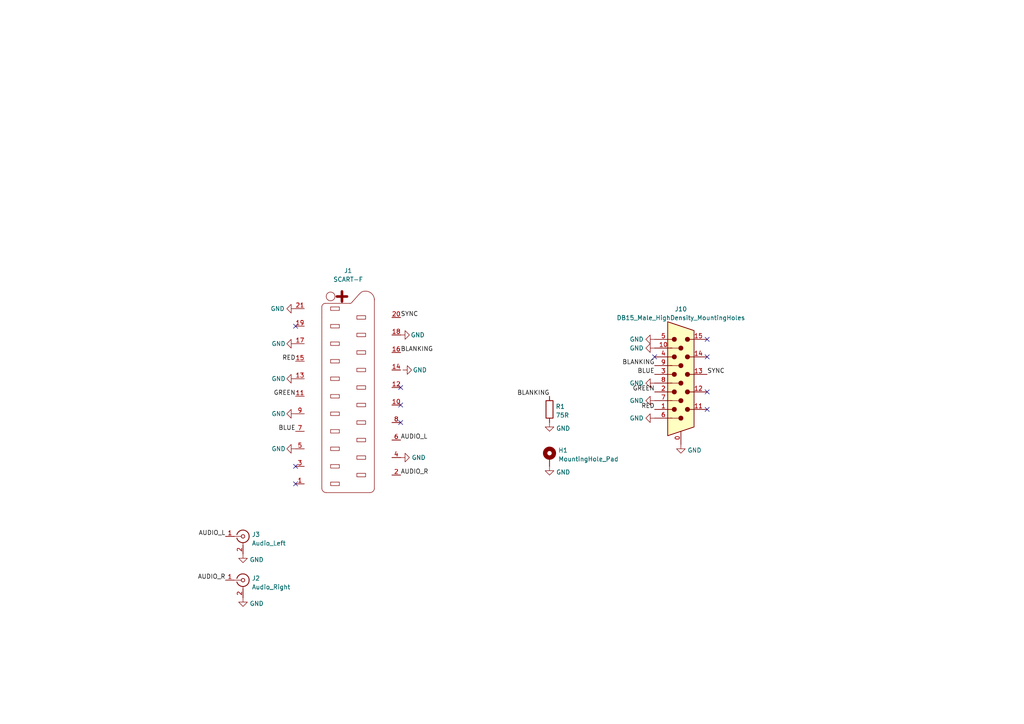
<source format=kicad_sch>
(kicad_sch (version 20211123) (generator eeschema)
  (paper "A4")
  (lib_symbols
    (symbol "Connector:Conn_Coaxial" (pin_names (offset 1.016) hide)
      (property "Reference" "J" (at 0.254 3.048 0))
      (property "Value" "Conn_Coaxial" (at 2.921 0 90))
      (symbol "Conn_Coaxial_0_1"
        (arc (start -1.778 -0.508) (mid 0.2311 -1.8066) (end 1.778 0) (stroke (width 0.254)))
        (polyline (pts (xy -2.54 0) (xy -0.508 0)))
        (polyline (pts (xy 0 -2.54) (xy 0 -1.778)))
        (circle (center 0 0) (radius 0.508) (stroke (width 0.2032)))
        (arc (start 1.778 0) (mid 0.2099 1.8101) (end -1.778 0.508) (stroke (width 0.254)))
      )
      (symbol "Conn_Coaxial_1_1"
        (pin passive line (at -5.08 0 0) (length 2.54) (name "In") (number "1"))
        (pin passive line (at 0 -5.08 90) (length 2.54) (name "Ext") (number "2"))
      )
    )
    (symbol "Connector:DB15_Male_HighDensity_MountingHoles" (pin_names (offset 1.016) hide)
      (property "Reference" "J" (at 0 21.59 0))
      (property "Value" "DB15_Male_HighDensity_MountingHoles" (at 0 19.05 0))
      (symbol "DB15_Male_HighDensity_MountingHoles_0_1"
        (circle (center -1.905 -7.62) (radius 0.635) (fill (type outline)))
        (circle (center -1.905 -2.54) (radius 0.635) (fill (type outline)))
        (circle (center -1.905 2.54) (radius 0.635) (fill (type outline)))
        (circle (center -1.905 7.62) (radius 0.635) (fill (type outline)))
        (circle (center -1.905 12.7) (radius 0.635) (fill (type outline)))
        (circle (center 0 -10.16) (radius 0.635) (fill (type outline)))
        (circle (center 0 -5.08) (radius 0.635) (fill (type outline)))
        (polyline (pts (xy -3.175 -5.08) (xy -0.635 -5.08)))
        (polyline (pts (xy -0.635 -10.16) (xy -3.175 -10.16)))
        (polyline (pts (xy -0.635 0) (xy -3.175 0)))
        (polyline (pts (xy -0.635 5.08) (xy -3.175 5.08)))
        (polyline (pts (xy -0.635 10.16) (xy -3.175 10.16)))
        (polyline (pts (xy -3.81 17.78) (xy -3.81 -15.24) (xy 3.81 -12.7) (xy 3.81 15.24) (xy -3.81 17.78)) (stroke (width 0.254)) (fill (type background)))
        (circle (center 0 0) (radius 0.635) (fill (type outline)))
        (circle (center 0 5.08) (radius 0.635) (fill (type outline)))
        (circle (center 0 10.16) (radius 0.635) (fill (type outline)))
        (circle (center 1.905 -7.62) (radius 0.635) (fill (type outline)))
        (circle (center 1.905 -2.54) (radius 0.635) (fill (type outline)))
        (circle (center 1.905 2.54) (radius 0.635) (fill (type outline)))
        (circle (center 1.905 7.62) (radius 0.635) (fill (type outline)))
        (circle (center 1.905 12.7) (radius 0.635) (fill (type outline)))
      )
      (symbol "DB15_Male_HighDensity_MountingHoles_1_1"
        (pin passive line (at 0 -17.78 90) (length 3.81) (name "~") (number "0"))
        (pin passive line (at -7.62 -7.62 0) (length 5.08) (name "~") (number "1"))
        (pin passive line (at -7.62 10.16 0) (length 5.08) (name "~") (number "10"))
        (pin passive line (at 7.62 -7.62 180) (length 5.08) (name "~") (number "11"))
        (pin passive line (at 7.62 -2.54 180) (length 5.08) (name "~") (number "12"))
        (pin passive line (at 7.62 2.54 180) (length 5.08) (name "~") (number "13"))
        (pin passive line (at 7.62 7.62 180) (length 5.08) (name "~") (number "14"))
        (pin passive line (at 7.62 12.7 180) (length 5.08) (name "~") (number "15"))
        (pin passive line (at -7.62 -2.54 0) (length 5.08) (name "~") (number "2"))
        (pin passive line (at -7.62 2.54 0) (length 5.08) (name "~") (number "3"))
        (pin passive line (at -7.62 7.62 0) (length 5.08) (name "~") (number "4"))
        (pin passive line (at -7.62 12.7 0) (length 5.08) (name "~") (number "5"))
        (pin passive line (at -7.62 -10.16 0) (length 5.08) (name "~") (number "6"))
        (pin passive line (at -7.62 -5.08 0) (length 5.08) (name "~") (number "7"))
        (pin passive line (at -7.62 0 0) (length 5.08) (name "~") (number "8"))
        (pin passive line (at -7.62 5.08 0) (length 5.08) (name "~") (number "9"))
      )
    )
    (symbol "Connector:SCART-F" (pin_names (offset 0.762) hide)
      (property "Reference" "J" (at 0 31.75 0))
      (property "Value" "SCART-F" (at 1.016 -29.21 0))
      (symbol "SCART-F_0_1"
        (arc (start -7.62 -26.67) (mid -7.248 -27.568) (end -6.35 -27.94))
        (arc (start -6.604 26.9494) (mid -7.3224 26.6518) (end -7.62 25.9334))
        (rectangle (start -5.08 -24.892) (end -2.54 -25.908))
        (rectangle (start -5.08 -19.812) (end -2.54 -20.828))
        (rectangle (start -5.08 -14.732) (end -2.54 -15.748))
        (rectangle (start -5.08 -9.652) (end -2.54 -10.668))
        (rectangle (start -5.08 -4.572) (end -2.54 -5.588))
        (rectangle (start -5.08 0.508) (end -2.54 -0.508))
        (rectangle (start -5.08 5.588) (end -2.54 4.572))
        (rectangle (start -5.08 10.668) (end -2.54 9.652))
        (rectangle (start -5.08 15.748) (end -2.54 14.732))
        (rectangle (start -5.08 20.828) (end -2.54 19.812))
        (rectangle (start -5.08 25.908) (end -2.54 24.892))
        (circle (center -5.08 28.956) (radius 1.27))
        (polyline (pts (xy -7.62 22.86) (xy -7.62 -26.67)))
        (polyline (pts (xy -7.62 22.86) (xy -7.62 24.13)))
        (polyline (pts (xy -7.62 24.6634) (xy -7.62 24.13)))
        (polyline (pts (xy -7.62 24.6634) (xy -7.62 25.9334)))
        (polyline (pts (xy -6.604 26.9494) (xy 0.508 26.9494)))
        (polyline (pts (xy -6.35 -27.94) (xy 6.35 -27.94)))
        (polyline (pts (xy 3.302 29.718) (xy 1.27 27.432)))
        (polyline (pts (xy 4.826 30.48) (xy 5.08 30.48)))
        (polyline (pts (xy 7.62 -26.67) (xy 7.62 28.2194)))
        (arc (start 0.508 26.924) (mid 0.9569 27.0702) (end 1.2192 27.4574))
        (rectangle (start 2.54 -22.352) (end 5.08 -23.368))
        (rectangle (start 2.54 -17.272) (end 5.08 -18.288))
        (rectangle (start 2.54 -12.192) (end 5.08 -13.208))
        (rectangle (start 2.54 -7.112) (end 5.08 -8.128))
        (rectangle (start 2.54 -2.032) (end 5.08 -3.048))
        (rectangle (start 2.54 3.048) (end 5.08 2.032))
        (rectangle (start 2.54 8.128) (end 5.08 7.112))
        (rectangle (start 2.54 13.208) (end 5.08 12.192))
        (rectangle (start 2.54 18.288) (end 5.08 17.272))
        (rectangle (start 2.54 23.368) (end 5.08 22.352))
        (arc (start 4.826 30.48) (mid 3.999 30.2726) (end 3.3782 29.6926))
        (arc (start 6.35 -27.94) (mid 7.248 -27.568) (end 7.62 -26.67))
        (arc (start 7.62 27.94) (mid 6.8761 29.7361) (end 5.08 30.48))
        (text "+" (at -1.778 29.21 0) (effects (font (size 3.81 3.81) bold)))
      )
      (symbol "SCART-F_1_1"
        (pin passive line (at -15.24 -25.4 0) (length 2.54) (name "P1") (number "1"))
        (pin passive line (at 15.24 -2.54 180) (length 2.54) (name "P10") (number "10"))
        (pin passive line (at -15.24 0 0) (length 2.54) (name "P11") (number "11"))
        (pin passive line (at 15.24 2.54 180) (length 2.54) (name "P12") (number "12"))
        (pin passive line (at -15.24 5.08 0) (length 2.54) (name "P13") (number "13"))
        (pin passive line (at 15.24 7.62 180) (length 2.54) (name "P14") (number "14"))
        (pin passive line (at -15.24 10.16 0) (length 2.54) (name "P15") (number "15"))
        (pin passive line (at 15.24 12.7 180) (length 2.54) (name "P16") (number "16"))
        (pin passive line (at -15.24 15.24 0) (length 2.54) (name "P17") (number "17"))
        (pin passive line (at 15.24 17.78 180) (length 2.54) (name "P18") (number "18"))
        (pin passive line (at -15.24 20.32 0) (length 2.54) (name "P19") (number "19"))
        (pin passive line (at 15.24 -22.86 180) (length 2.54) (name "P2") (number "2"))
        (pin passive line (at 15.24 22.86 180) (length 2.54) (name "P20") (number "20"))
        (pin passive line (at -15.24 25.4 0) (length 2.54) (name "P21") (number "21"))
        (pin passive line (at -15.24 -20.32 0) (length 2.54) (name "P3") (number "3"))
        (pin passive line (at 15.24 -17.78 180) (length 2.54) (name "P4") (number "4"))
        (pin passive line (at -15.24 -15.24 0) (length 2.54) (name "P5") (number "5"))
        (pin passive line (at 15.24 -12.7 180) (length 2.54) (name "P6") (number "6"))
        (pin passive line (at -15.24 -10.16 0) (length 2.54) (name "P7") (number "7"))
        (pin passive line (at 15.24 -7.62 180) (length 2.54) (name "P8") (number "8"))
        (pin passive line (at -15.24 -5.08 0) (length 2.54) (name "P9") (number "9"))
      )
    )
    (symbol "Device:R" (pin_numbers hide) (pin_names (offset 0))
      (property "Reference" "R" (at 2.032 0 90))
      (property "Value" "R" (at 0 0 90))
      (symbol "R_0_1"
        (rectangle (start -1.016 -2.54) (end 1.016 2.54) (stroke (width 0.254)))
      )
      (symbol "R_1_1"
        (pin passive line (at 0 3.81 270) (length 1.27) (name "~") (number "1"))
        (pin passive line (at 0 -3.81 90) (length 1.27) (name "~") (number "2"))
      )
    )
    (symbol "Mechanical:MountingHole_Pad" (pin_numbers hide) (pin_names (offset 1.016) hide)
      (property "Reference" "H" (at 0 6.35 0))
      (property "Value" "MountingHole_Pad" (at 0 4.445 0))
      (symbol "MountingHole_Pad_0_1"
        (circle (center 0 1.27) (radius 1.27) (stroke (width 1.27)))
      )
      (symbol "MountingHole_Pad_1_1"
        (pin input line (at 0 -2.54 90) (length 2.54) (name "1") (number "1"))
      )
    )
    (symbol "power:GND" (power) (pin_names (offset 0))
      (property "Value" "GND" (at 0 -3.81 0))
      (symbol "GND_0_1"
        (polyline (pts (xy 0 0) (xy 0 -1.27) (xy 1.27 -1.27) (xy 0 -2.54) (xy -1.27 -1.27) (xy 0 -1.27)))
      )
      (symbol "GND_1_1"
        (pin power_in line (at 0 0 270) (length 0) hide (name "GND") (number "1"))
      )
    )
  )
  (no_connect (at 189.865 103.505))
  (no_connect (at 116.205 112.395))
  (no_connect (at 85.725 135.255))
  (no_connect (at 116.205 122.555))
  (no_connect (at 205.105 98.425))
  (no_connect (at 85.725 94.615))
  (no_connect (at 205.105 103.505))
  (no_connect (at 205.105 113.665))
  (no_connect (at 85.725 140.335))
  (no_connect (at 116.205 117.475))
  (no_connect (at 205.105 118.745))
  (label "BLUE" (at 189.865 108.585 180))
  (label "BLANKING" (at 116.205 102.235 0))
  (label "BLUE" (at 85.725 125.095 180))
  (label "SYNC" (at 116.205 92.075 0))
  (label "GREEN" (at 189.865 113.665 180))
  (label "RED" (at 85.725 104.775 180))
  (label "BLANKING" (at 159.385 114.935 180))
  (label "RED" (at 189.865 118.745 180))
  (label "BLANKING" (at 189.865 106.045 180))
  (label "AUDIO_R" (at 116.205 137.795 0))
  (label "AUDIO_R" (at 65.405 168.275 180))
  (label "AUDIO_L" (at 65.405 155.575 180))
  (label "SYNC" (at 205.105 108.585 0))
  (label "AUDIO_L" (at 116.205 127.635 0))
  (label "GREEN" (at 85.725 114.935 180))
  (symbol (lib_id "power:GND") (at 85.725 89.535 270) (unit 1)
    (property "Reference" "#PWR0105" (effects hide))
    (property "Value" "GND" (at 82.55 89.535 90) (effects (justify right)))
  )
  (symbol (lib_id "power:GND") (at 197.485 128.905 0) (unit 1)
    (property "Reference" "#PWR0112" (effects hide))
    (property "Value" "GND" (at 199.39 130.6088 0) (effects (justify left)))
  )
  (symbol (lib_id "power:GND") (at 189.865 116.205 270) (unit 1)
    (property "Reference" "#PWR0106" (effects hide))
    (property "Value" "GND" (at 186.69 116.205 90) (effects (justify right)))
  )
  (symbol (lib_id "Connector:Conn_Coaxial") (at 70.485 168.275 0) (unit 1)
    (property "Reference" "J2" (at 73.0251 167.7335 0) (effects (justify left)))
    (property "Value" "Audio_Right" (at 73.0251 170.2704 0) (effects (justify left)))
    (property "Footprint" "rca:RCJ-02" (effects hide))
    (property "Datasheet" " ~" (effects hide))
  )
  (symbol (lib_id "power:GND") (at 85.725 109.855 270) (unit 1)
    (property "Reference" "#PWR0103" (effects hide))
    (property "Value" "GND" (at 78.74 109.855 90) (effects (justify left)))
  )
  (symbol (lib_id "power:GND") (at 189.865 100.965 270) (unit 1)
    (property "Reference" "#PWR0114" (effects hide))
    (property "Value" "GND" (at 186.69 100.965 90) (effects (justify right)))
  )
  (symbol (lib_id "Connector:SCART-F") (at 100.965 114.935 0) (unit 1)
    (property "Reference" "J1" (at 100.965 78.5136 0))
    (property "Value" "SCART-F" (at 100.965 81.0505 0))
    (property "Footprint" "k-scartx-024:K-SCARTX-024" (effects hide))
    (property "Datasheet" " ~" (effects hide))
  )
  (symbol (lib_id "Mechanical:MountingHole_Pad") (at 159.385 132.715 0) (unit 1)
    (property "Reference" "H1" (at 161.925 130.6103 0) (effects (justify left)))
    (property "Value" "MountingHole_Pad" (at 161.925 133.1472 0) (effects (justify left)))
    (property "Footprint" "MountingHole:MountingHole_3.2mm_M3_Pad" (effects hide))
  )
  (symbol (lib_id "power:GND") (at 70.485 173.355 0) (unit 1)
    (property "Reference" "#PWR0109" (effects hide))
    (property "Value" "GND" (at 72.39 175.0588 0) (effects (justify left)))
  )
  (symbol (lib_id "Connector:DB15_Male_HighDensity_MountingHoles") (at 197.485 111.125 0) (unit 1)
    (property "Reference" "J10" (at 197.485 89.6452 0))
    (property "Value" "DB15_Male_HighDensity_MountingHoles" (at 197.485 92.1821 0))
    (property "Footprint" "Connector_Dsub:DSUB-15-HD_Male_Vertical_P2.29x1.98mm_MountingHoles" (effects hide))
    (property "Datasheet" " ~" (effects hide))
  )
  (symbol (lib_id "power:GND") (at 116.84 107.315 90) (unit 1)
    (property "Reference" "#PWR0116" (effects hide))
    (property "Value" "GND" (at 123.825 107.315 90) (effects (justify left)))
  )
  (symbol (lib_id "power:GND") (at 116.205 97.155 90) (unit 1)
    (property "Reference" "#PWR0115" (effects hide))
    (property "Value" "GND" (at 123.19 97.155 90) (effects (justify left)))
  )
  (symbol (lib_id "power:GND") (at 189.865 98.425 270) (unit 1)
    (property "Reference" "#PWR0113" (effects hide))
    (property "Value" "GND" (at 186.69 98.425 90) (effects (justify right)))
  )
  (symbol (lib_id "Connector:Conn_Coaxial") (at 70.485 155.575 0) (unit 1)
    (property "Reference" "J3" (at 73.025 155.0335 0) (effects (justify left)))
    (property "Value" "Audio_Left" (at 73.025 157.5704 0) (effects (justify left)))
    (property "Footprint" "rca:RCJ-02" (effects hide))
    (property "Datasheet" " ~" (effects hide))
  )
  (symbol (lib_id "power:GND") (at 70.485 160.655 0) (unit 1)
    (property "Reference" "#PWR0108" (effects hide))
    (property "Value" "GND" (at 72.39 162.3588 0) (effects (justify left)))
  )
  (symbol (lib_id "power:GND") (at 189.865 111.125 270) (unit 1)
    (property "Reference" "#PWR0107" (effects hide))
    (property "Value" "GND" (at 186.69 111.125 90) (effects (justify right)))
  )
  (symbol (lib_id "power:GND") (at 159.385 122.555 0) (unit 1)
    (property "Reference" "#PWR0117" (effects hide))
    (property "Value" "GND" (at 161.29 124.2588 0) (effects (justify left)))
  )
  (symbol (lib_id "power:GND") (at 189.865 121.285 270) (unit 1)
    (property "Reference" "#PWR0111" (effects hide))
    (property "Value" "GND" (at 186.69 121.285 90) (effects (justify right)))
  )
  (symbol (lib_id "power:GND") (at 85.725 99.695 270) (unit 1)
    (property "Reference" "#PWR0102" (effects hide))
    (property "Value" "GND" (at 78.74 99.695 90) (effects (justify left)))
  )
  (symbol (lib_id "power:GND") (at 116.205 132.715 90) (unit 1)
    (property "Reference" "#PWR0110" (effects hide))
    (property "Value" "GND" (at 119.38 132.715 90) (effects (justify right)))
  )
  (symbol (lib_id "power:GND") (at 159.385 135.255 0) (unit 1)
    (property "Reference" "#PWR0118" (effects hide))
    (property "Value" "GND" (at 161.29 136.9588 0) (effects (justify left)))
  )
  (symbol (lib_id "Device:R") (at 159.385 118.745 0) (unit 1)
    (property "Reference" "R1" (at 161.163 117.9103 0) (effects (justify left)))
    (property "Value" "75R" (at 161.163 120.4472 0) (effects (justify left)))
    (property "Footprint" "Resistor_SMD:R_0805_2012Metric_Pad1.20x1.40mm_HandSolder" (effects hide))
  )
  (symbol (lib_id "power:GND") (at 85.725 130.175 270) (unit 1)
    (property "Reference" "#PWR0104" (effects hide))
    (property "Value" "GND" (at 78.74 130.175 90) (effects (justify left)))
  )
  (symbol (lib_id "power:GND") (at 85.725 120.015 270) (unit 1)
    (property "Reference" "#PWR0101" (effects hide))
    (property "Value" "GND" (at 78.74 120.015 90) (effects (justify left)))
  )
)
</source>
